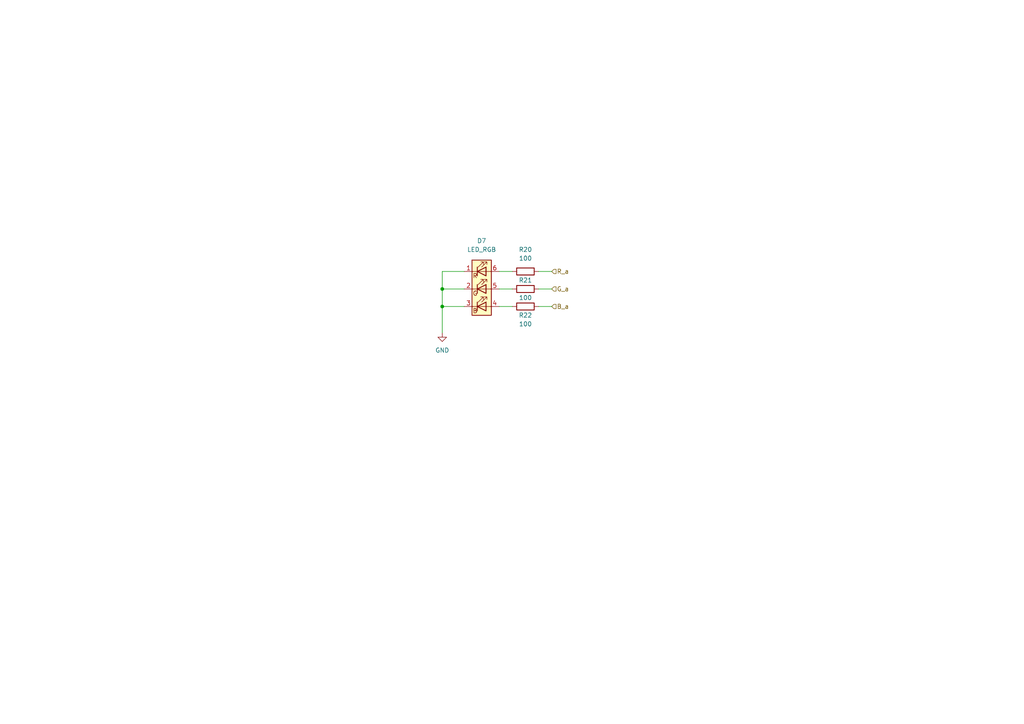
<source format=kicad_sch>
(kicad_sch (version 20211123) (generator eeschema)
  (paper "A4")
  (lib_symbols
    (symbol "Device:LED_RGB" (pin_names (offset 0) hide)
      (property "Reference" "D" (at 0 9.398 0))
      (property "Value" "LED_RGB" (at 0 -8.89 0))
      (symbol "LED_RGB_0_0"
        (text "B" (at -1.905 -6.35 0) (effects (font (size 1.27 1.27))))
        (text "G" (at -1.905 -1.27 0) (effects (font (size 1.27 1.27))))
        (text "R" (at -1.905 3.81 0) (effects (font (size 1.27 1.27))))
      )
      (symbol "LED_RGB_0_1"
        (polyline (pts (xy -1.27 -5.08) (xy -2.54 -5.08)))
        (polyline (pts (xy -1.27 -5.08) (xy 1.27 -5.08)))
        (polyline (pts (xy -1.27 -3.81) (xy -1.27 -6.35)) (stroke (width 0.254)))
        (polyline (pts (xy -1.27 0) (xy -2.54 0)))
        (polyline (pts (xy -1.27 1.27) (xy -1.27 -1.27)) (stroke (width 0.254)))
        (polyline (pts (xy -1.27 5.08) (xy -2.54 5.08)))
        (polyline (pts (xy -1.27 5.08) (xy 1.27 5.08)))
        (polyline (pts (xy -1.27 6.35) (xy -1.27 3.81)) (stroke (width 0.254)))
        (polyline (pts (xy 1.27 -5.08) (xy 2.54 -5.08)))
        (polyline (pts (xy 1.27 0) (xy -1.27 0)))
        (polyline (pts (xy 1.27 0) (xy 2.54 0)))
        (polyline (pts (xy 1.27 5.08) (xy 2.54 5.08)))
        (polyline (pts (xy -1.27 1.27) (xy -1.27 -1.27) (xy -1.27 -1.27)))
        (polyline (pts (xy -1.27 6.35) (xy -1.27 3.81) (xy -1.27 3.81)))
        (polyline (pts (xy 1.27 -3.81) (xy 1.27 -6.35) (xy -1.27 -5.08) (xy 1.27 -3.81)) (stroke (width 0.254)))
        (polyline (pts (xy 1.27 1.27) (xy 1.27 -1.27) (xy -1.27 0) (xy 1.27 1.27)) (stroke (width 0.254)))
        (polyline (pts (xy 1.27 6.35) (xy 1.27 3.81) (xy -1.27 5.08) (xy 1.27 6.35)) (stroke (width 0.254)))
        (polyline (pts (xy -1.016 -3.81) (xy 0.508 -2.286) (xy -0.254 -2.286) (xy 0.508 -2.286) (xy 0.508 -3.048)))
        (polyline (pts (xy -1.016 1.27) (xy 0.508 2.794) (xy -0.254 2.794) (xy 0.508 2.794) (xy 0.508 2.032)))
        (polyline (pts (xy -1.016 6.35) (xy 0.508 7.874) (xy -0.254 7.874) (xy 0.508 7.874) (xy 0.508 7.112)))
        (polyline (pts (xy 0 -3.81) (xy 1.524 -2.286) (xy 0.762 -2.286) (xy 1.524 -2.286) (xy 1.524 -3.048)))
        (polyline (pts (xy 0 1.27) (xy 1.524 2.794) (xy 0.762 2.794) (xy 1.524 2.794) (xy 1.524 2.032)))
        (polyline (pts (xy 0 6.35) (xy 1.524 7.874) (xy 0.762 7.874) (xy 1.524 7.874) (xy 1.524 7.112)))
        (rectangle (start 1.27 -1.27) (end 1.27 1.27))
        (rectangle (start 1.27 1.27) (end 1.27 1.27))
        (rectangle (start 1.27 3.81) (end 1.27 6.35))
        (rectangle (start 1.27 6.35) (end 1.27 6.35))
        (rectangle (start 2.794 8.382) (end -2.794 -7.62) (stroke (width 0.254)) (fill (type background)))
      )
      (symbol "LED_RGB_1_1"
        (pin passive line (at -5.08 5.08 0) (length 2.54) (name "RK") (number "1"))
        (pin passive line (at -5.08 0 0) (length 2.54) (name "GK") (number "2"))
        (pin passive line (at -5.08 -5.08 0) (length 2.54) (name "BK") (number "3"))
        (pin passive line (at 5.08 -5.08 180) (length 2.54) (name "BA") (number "4"))
        (pin passive line (at 5.08 0 180) (length 2.54) (name "GA") (number "5"))
        (pin passive line (at 5.08 5.08 180) (length 2.54) (name "RA") (number "6"))
      )
    )
    (symbol "Device:R" (pin_numbers hide) (pin_names (offset 0))
      (property "Reference" "R" (at 2.032 0 90))
      (property "Value" "R" (at 0 0 90))
      (symbol "R_0_1"
        (rectangle (start -1.016 -2.54) (end 1.016 2.54) (stroke (width 0.254)))
      )
      (symbol "R_1_1"
        (pin passive line (at 0 3.81 270) (length 1.27) (name "~") (number "1"))
        (pin passive line (at 0 -3.81 90) (length 1.27) (name "~") (number "2"))
      )
    )
    (symbol "power:GND" (power) (pin_names (offset 0))
      (property "Value" "GND" (at 0 -3.81 0))
      (symbol "GND_0_1"
        (polyline (pts (xy 0 0) (xy 0 -1.27) (xy 1.27 -1.27) (xy 0 -2.54) (xy -1.27 -1.27) (xy 0 -1.27)))
      )
      (symbol "GND_1_1"
        (pin power_in line (at 0 0 270) (length 0) hide (name "GND") (number "1"))
      )
    )
  )
  (junction (at 128.27 83.82))
  (junction (at 128.27 88.9))
  (wire (pts (xy 128.27 78.74) (xy 128.27 83.82)))
  (wire (pts (xy 156.21 88.9) (xy 160.02 88.9)))
  (wire (pts (xy 128.27 96.52) (xy 128.27 88.9)))
  (wire (pts (xy 144.78 88.9) (xy 148.59 88.9)))
  (wire (pts (xy 156.21 83.82) (xy 160.02 83.82)))
  (wire (pts (xy 134.62 78.74) (xy 128.27 78.74)))
  (wire (pts (xy 144.78 83.82) (xy 148.59 83.82)))
  (wire (pts (xy 144.78 78.74) (xy 148.59 78.74)))
  (wire (pts (xy 128.27 88.9) (xy 134.62 88.9)))
  (wire (pts (xy 156.21 78.74) (xy 160.02 78.74)))
  (wire (pts (xy 128.27 83.82) (xy 128.27 88.9)))
  (wire (pts (xy 134.62 83.82) (xy 128.27 83.82)))
  (hierarchical_label "R_a" (shape input) (at 160.02 78.74 0))
  (hierarchical_label "B_a" (shape input) (at 160.02 88.9 0))
  (hierarchical_label "G_a" (shape input) (at 160.02 83.82 0))
  (symbol (lib_id "Device:R") (at 152.4 78.74 90) (unit 1)
    (property "Reference" "R20" (at 152.4 72.39 90))
    (property "Value" "100" (at 152.4 74.93 90))
    (property "Footprint" "Resistor_SMD:R_0603_1608Metric" (effects hide))
  )
  (symbol (lib_id "Device:R") (at 152.4 83.82 90) (unit 1)
    (property "Reference" "R21" (at 152.4 81.28 90))
    (property "Value" "100" (at 152.4 86.36 90))
    (property "Footprint" "Resistor_SMD:R_0603_1608Metric" (effects hide))
  )
  (symbol (lib_id "Device:R") (at 152.4 88.9 90) (unit 1)
    (property "Reference" "R22" (at 152.4 91.44 90))
    (property "Value" "100" (at 152.4 93.98 90))
    (property "Footprint" "Resistor_SMD:R_0603_1608Metric" (effects hide))
  )
  (symbol (lib_id "power:GND") (at 128.27 96.52 0) (unit 1)
    (property "Reference" "#PWR0142" (effects hide))
    (property "Value" "GND" (at 128.27 101.6 0))
  )
  (symbol (lib_id "Device:LED_RGB") (at 139.7 83.82 0) (unit 1)
    (property "Reference" "D7" (at 139.7 69.85 0))
    (property "Value" "LED_RGB" (at 139.7 72.39 0))
    (property "Footprint" "LED_SMD:LED_RGB_5050-6" (effects hide))
  )
)
</source>
